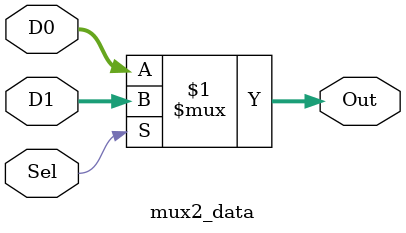
<source format=v>
`timescale 1ns / 1ps

module mux2_data(
	input [31:0] D0,
	input [31:0] D1,
	input Sel,
	output [31:0] Out
	);
	//Left = 1, right = 0
	assign Out=(Sel)?D1:D0;

    
endmodule






</source>
